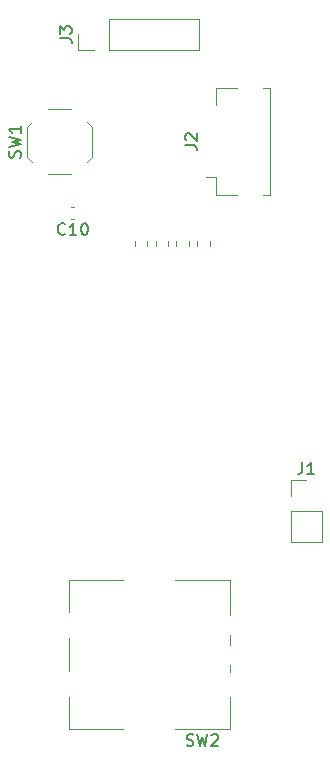
<source format=gbr>
%TF.GenerationSoftware,KiCad,Pcbnew,7.0.10*%
%TF.CreationDate,2024-04-22T22:33:16+02:00*%
%TF.ProjectId,pcb-left,7063622d-6c65-4667-942e-6b696361645f,rev?*%
%TF.SameCoordinates,Original*%
%TF.FileFunction,Legend,Top*%
%TF.FilePolarity,Positive*%
%FSLAX46Y46*%
G04 Gerber Fmt 4.6, Leading zero omitted, Abs format (unit mm)*
G04 Created by KiCad (PCBNEW 7.0.10) date 2024-04-22 22:33:16*
%MOMM*%
%LPD*%
G01*
G04 APERTURE LIST*
%ADD10C,0.150000*%
%ADD11C,0.120000*%
G04 APERTURE END LIST*
D10*
X166524819Y-53113333D02*
X167239104Y-53113333D01*
X167239104Y-53113333D02*
X167381961Y-53160952D01*
X167381961Y-53160952D02*
X167477200Y-53256190D01*
X167477200Y-53256190D02*
X167524819Y-53399047D01*
X167524819Y-53399047D02*
X167524819Y-53494285D01*
X166620057Y-52684761D02*
X166572438Y-52637142D01*
X166572438Y-52637142D02*
X166524819Y-52541904D01*
X166524819Y-52541904D02*
X166524819Y-52303809D01*
X166524819Y-52303809D02*
X166572438Y-52208571D01*
X166572438Y-52208571D02*
X166620057Y-52160952D01*
X166620057Y-52160952D02*
X166715295Y-52113333D01*
X166715295Y-52113333D02*
X166810533Y-52113333D01*
X166810533Y-52113333D02*
X166953390Y-52160952D01*
X166953390Y-52160952D02*
X167524819Y-52732380D01*
X167524819Y-52732380D02*
X167524819Y-52113333D01*
X156362142Y-60609580D02*
X156314523Y-60657200D01*
X156314523Y-60657200D02*
X156171666Y-60704819D01*
X156171666Y-60704819D02*
X156076428Y-60704819D01*
X156076428Y-60704819D02*
X155933571Y-60657200D01*
X155933571Y-60657200D02*
X155838333Y-60561961D01*
X155838333Y-60561961D02*
X155790714Y-60466723D01*
X155790714Y-60466723D02*
X155743095Y-60276247D01*
X155743095Y-60276247D02*
X155743095Y-60133390D01*
X155743095Y-60133390D02*
X155790714Y-59942914D01*
X155790714Y-59942914D02*
X155838333Y-59847676D01*
X155838333Y-59847676D02*
X155933571Y-59752438D01*
X155933571Y-59752438D02*
X156076428Y-59704819D01*
X156076428Y-59704819D02*
X156171666Y-59704819D01*
X156171666Y-59704819D02*
X156314523Y-59752438D01*
X156314523Y-59752438D02*
X156362142Y-59800057D01*
X157314523Y-60704819D02*
X156743095Y-60704819D01*
X157028809Y-60704819D02*
X157028809Y-59704819D01*
X157028809Y-59704819D02*
X156933571Y-59847676D01*
X156933571Y-59847676D02*
X156838333Y-59942914D01*
X156838333Y-59942914D02*
X156743095Y-59990533D01*
X157933571Y-59704819D02*
X158028809Y-59704819D01*
X158028809Y-59704819D02*
X158124047Y-59752438D01*
X158124047Y-59752438D02*
X158171666Y-59800057D01*
X158171666Y-59800057D02*
X158219285Y-59895295D01*
X158219285Y-59895295D02*
X158266904Y-60085771D01*
X158266904Y-60085771D02*
X158266904Y-60323866D01*
X158266904Y-60323866D02*
X158219285Y-60514342D01*
X158219285Y-60514342D02*
X158171666Y-60609580D01*
X158171666Y-60609580D02*
X158124047Y-60657200D01*
X158124047Y-60657200D02*
X158028809Y-60704819D01*
X158028809Y-60704819D02*
X157933571Y-60704819D01*
X157933571Y-60704819D02*
X157838333Y-60657200D01*
X157838333Y-60657200D02*
X157790714Y-60609580D01*
X157790714Y-60609580D02*
X157743095Y-60514342D01*
X157743095Y-60514342D02*
X157695476Y-60323866D01*
X157695476Y-60323866D02*
X157695476Y-60085771D01*
X157695476Y-60085771D02*
X157743095Y-59895295D01*
X157743095Y-59895295D02*
X157790714Y-59800057D01*
X157790714Y-59800057D02*
X157838333Y-59752438D01*
X157838333Y-59752438D02*
X157933571Y-59704819D01*
X152537200Y-54153332D02*
X152584819Y-54010475D01*
X152584819Y-54010475D02*
X152584819Y-53772380D01*
X152584819Y-53772380D02*
X152537200Y-53677142D01*
X152537200Y-53677142D02*
X152489580Y-53629523D01*
X152489580Y-53629523D02*
X152394342Y-53581904D01*
X152394342Y-53581904D02*
X152299104Y-53581904D01*
X152299104Y-53581904D02*
X152203866Y-53629523D01*
X152203866Y-53629523D02*
X152156247Y-53677142D01*
X152156247Y-53677142D02*
X152108628Y-53772380D01*
X152108628Y-53772380D02*
X152061009Y-53962856D01*
X152061009Y-53962856D02*
X152013390Y-54058094D01*
X152013390Y-54058094D02*
X151965771Y-54105713D01*
X151965771Y-54105713D02*
X151870533Y-54153332D01*
X151870533Y-54153332D02*
X151775295Y-54153332D01*
X151775295Y-54153332D02*
X151680057Y-54105713D01*
X151680057Y-54105713D02*
X151632438Y-54058094D01*
X151632438Y-54058094D02*
X151584819Y-53962856D01*
X151584819Y-53962856D02*
X151584819Y-53724761D01*
X151584819Y-53724761D02*
X151632438Y-53581904D01*
X151584819Y-53248570D02*
X152584819Y-53010475D01*
X152584819Y-53010475D02*
X151870533Y-52819999D01*
X151870533Y-52819999D02*
X152584819Y-52629523D01*
X152584819Y-52629523D02*
X151584819Y-52391428D01*
X152584819Y-51486666D02*
X152584819Y-52058094D01*
X152584819Y-51772380D02*
X151584819Y-51772380D01*
X151584819Y-51772380D02*
X151727676Y-51867618D01*
X151727676Y-51867618D02*
X151822914Y-51962856D01*
X151822914Y-51962856D02*
X151870533Y-52058094D01*
X155904819Y-44053333D02*
X156619104Y-44053333D01*
X156619104Y-44053333D02*
X156761961Y-44100952D01*
X156761961Y-44100952D02*
X156857200Y-44196190D01*
X156857200Y-44196190D02*
X156904819Y-44339047D01*
X156904819Y-44339047D02*
X156904819Y-44434285D01*
X155904819Y-43672380D02*
X155904819Y-43053333D01*
X155904819Y-43053333D02*
X156285771Y-43386666D01*
X156285771Y-43386666D02*
X156285771Y-43243809D01*
X156285771Y-43243809D02*
X156333390Y-43148571D01*
X156333390Y-43148571D02*
X156381009Y-43100952D01*
X156381009Y-43100952D02*
X156476247Y-43053333D01*
X156476247Y-43053333D02*
X156714342Y-43053333D01*
X156714342Y-43053333D02*
X156809580Y-43100952D01*
X156809580Y-43100952D02*
X156857200Y-43148571D01*
X156857200Y-43148571D02*
X156904819Y-43243809D01*
X156904819Y-43243809D02*
X156904819Y-43529523D01*
X156904819Y-43529523D02*
X156857200Y-43624761D01*
X156857200Y-43624761D02*
X156809580Y-43672380D01*
X166646667Y-103917200D02*
X166789524Y-103964819D01*
X166789524Y-103964819D02*
X167027619Y-103964819D01*
X167027619Y-103964819D02*
X167122857Y-103917200D01*
X167122857Y-103917200D02*
X167170476Y-103869580D01*
X167170476Y-103869580D02*
X167218095Y-103774342D01*
X167218095Y-103774342D02*
X167218095Y-103679104D01*
X167218095Y-103679104D02*
X167170476Y-103583866D01*
X167170476Y-103583866D02*
X167122857Y-103536247D01*
X167122857Y-103536247D02*
X167027619Y-103488628D01*
X167027619Y-103488628D02*
X166837143Y-103441009D01*
X166837143Y-103441009D02*
X166741905Y-103393390D01*
X166741905Y-103393390D02*
X166694286Y-103345771D01*
X166694286Y-103345771D02*
X166646667Y-103250533D01*
X166646667Y-103250533D02*
X166646667Y-103155295D01*
X166646667Y-103155295D02*
X166694286Y-103060057D01*
X166694286Y-103060057D02*
X166741905Y-103012438D01*
X166741905Y-103012438D02*
X166837143Y-102964819D01*
X166837143Y-102964819D02*
X167075238Y-102964819D01*
X167075238Y-102964819D02*
X167218095Y-103012438D01*
X167551429Y-102964819D02*
X167789524Y-103964819D01*
X167789524Y-103964819D02*
X167980000Y-103250533D01*
X167980000Y-103250533D02*
X168170476Y-103964819D01*
X168170476Y-103964819D02*
X168408572Y-102964819D01*
X168741905Y-103060057D02*
X168789524Y-103012438D01*
X168789524Y-103012438D02*
X168884762Y-102964819D01*
X168884762Y-102964819D02*
X169122857Y-102964819D01*
X169122857Y-102964819D02*
X169218095Y-103012438D01*
X169218095Y-103012438D02*
X169265714Y-103060057D01*
X169265714Y-103060057D02*
X169313333Y-103155295D01*
X169313333Y-103155295D02*
X169313333Y-103250533D01*
X169313333Y-103250533D02*
X169265714Y-103393390D01*
X169265714Y-103393390D02*
X168694286Y-103964819D01*
X168694286Y-103964819D02*
X169313333Y-103964819D01*
X176446666Y-79944819D02*
X176446666Y-80659104D01*
X176446666Y-80659104D02*
X176399047Y-80801961D01*
X176399047Y-80801961D02*
X176303809Y-80897200D01*
X176303809Y-80897200D02*
X176160952Y-80944819D01*
X176160952Y-80944819D02*
X176065714Y-80944819D01*
X177446666Y-80944819D02*
X176875238Y-80944819D01*
X177160952Y-80944819D02*
X177160952Y-79944819D01*
X177160952Y-79944819D02*
X177065714Y-80087676D01*
X177065714Y-80087676D02*
X176970476Y-80182914D01*
X176970476Y-80182914D02*
X176875238Y-80230533D01*
D11*
%TO.C,J2*%
X169160000Y-57290000D02*
X169160000Y-55840000D01*
X170910000Y-57290000D02*
X169160000Y-57290000D01*
X173130000Y-57290000D02*
X173680000Y-57290000D01*
X173680000Y-57290000D02*
X173680000Y-48270000D01*
X169160000Y-55840000D02*
X168270000Y-55840000D01*
X169160000Y-48270000D02*
X169160000Y-49720000D01*
X170910000Y-48270000D02*
X169160000Y-48270000D01*
X173680000Y-48270000D02*
X173130000Y-48270000D01*
%TO.C,R3*%
X163297500Y-61207742D02*
X163297500Y-61682258D01*
X162252500Y-61207742D02*
X162252500Y-61682258D01*
%TO.C,R1*%
X166802500Y-61192742D02*
X166802500Y-61667258D01*
X165757500Y-61192742D02*
X165757500Y-61667258D01*
%TO.C,C10*%
X157145580Y-59330000D02*
X156864420Y-59330000D01*
X157145580Y-58310000D02*
X156864420Y-58310000D01*
%TO.C,R2*%
X168602500Y-61192742D02*
X168602500Y-61667258D01*
X167557500Y-61192742D02*
X167557500Y-61667258D01*
%TO.C,SW1*%
X154880000Y-55570000D02*
X156880000Y-55570000D01*
X153580000Y-54520000D02*
X153130000Y-54070000D01*
X158180000Y-54520000D02*
X158630000Y-54070000D01*
X153130000Y-54070000D02*
X153130000Y-51570000D01*
X158630000Y-54070000D02*
X158630000Y-51570000D01*
X153580000Y-51120000D02*
X153130000Y-51570000D01*
X158180000Y-51120000D02*
X158630000Y-51570000D01*
X154880000Y-50070000D02*
X156880000Y-50070000D01*
%TO.C,J3*%
X157450000Y-45050000D02*
X157450000Y-43720000D01*
X158780000Y-45050000D02*
X157450000Y-45050000D01*
X160050000Y-45050000D02*
X167730000Y-45050000D01*
X160050000Y-45050000D02*
X160050000Y-42390000D01*
X167730000Y-45050000D02*
X167730000Y-42390000D01*
X160050000Y-42390000D02*
X167730000Y-42390000D01*
%TO.C,SW2*%
X170290000Y-102570000D02*
X165680000Y-102570000D01*
X170290000Y-99810000D02*
X170290000Y-102570000D01*
X170290000Y-97710000D02*
X170290000Y-97110000D01*
X170290000Y-95410000D02*
X170290000Y-94610000D01*
X170290000Y-92910000D02*
X170290000Y-89950000D01*
X165680000Y-89950000D02*
X170290000Y-89950000D01*
X161280000Y-102560000D02*
X156670000Y-102560000D01*
X156670000Y-102560000D02*
X156670000Y-99860000D01*
X156670000Y-97660000D02*
X156670000Y-94860000D01*
X156670000Y-92660000D02*
X156670000Y-89950000D01*
X156670000Y-89950000D02*
X161280000Y-89950000D01*
%TO.C,R5*%
X165097500Y-61197742D02*
X165097500Y-61672258D01*
X164052500Y-61197742D02*
X164052500Y-61672258D01*
%TO.C,J1*%
X175450000Y-81490000D02*
X176780000Y-81490000D01*
X175450000Y-82820000D02*
X175450000Y-81490000D01*
X175450000Y-84090000D02*
X175450000Y-86690000D01*
X175450000Y-84090000D02*
X178110000Y-84090000D01*
X175450000Y-86690000D02*
X178110000Y-86690000D01*
X178110000Y-84090000D02*
X178110000Y-86690000D01*
%TD*%
M02*

</source>
